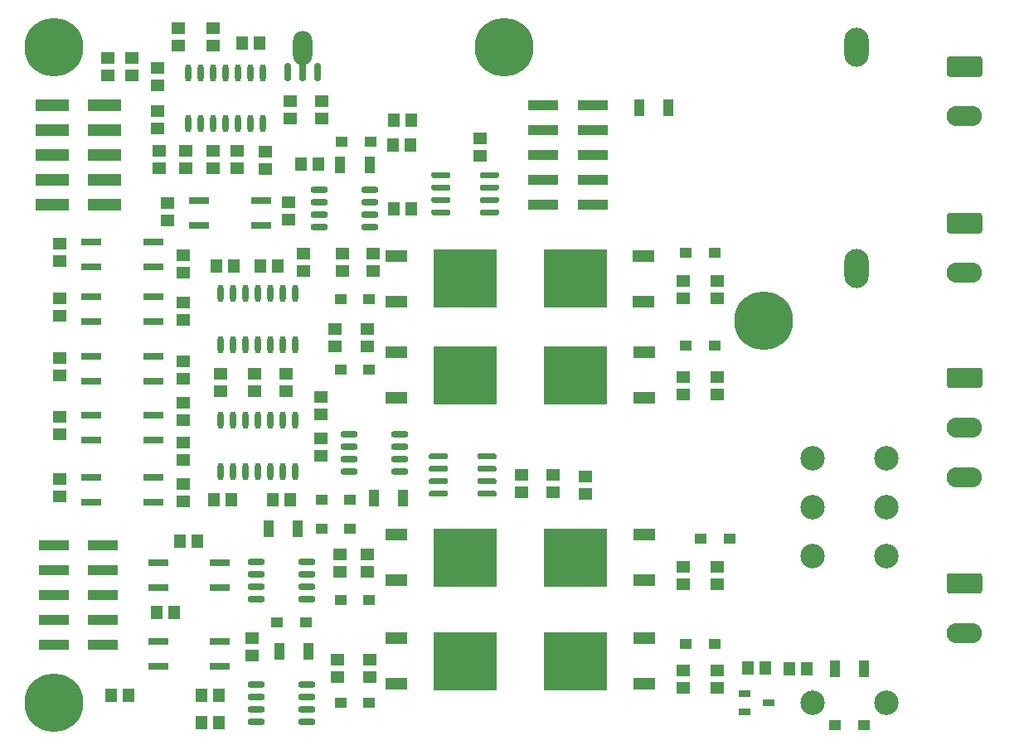
<source format=gbr>
%TF.GenerationSoftware,KiCad,Pcbnew,(5.1.10)-1*%
%TF.CreationDate,2022-11-30T22:02:34+08:00*%
%TF.ProjectId,motor_control,6d6f746f-725f-4636-9f6e-74726f6c2e6b,rev?*%
%TF.SameCoordinates,Original*%
%TF.FileFunction,Soldermask,Top*%
%TF.FilePolarity,Negative*%
%FSLAX46Y46*%
G04 Gerber Fmt 4.6, Leading zero omitted, Abs format (unit mm)*
G04 Created by KiCad (PCBNEW (5.1.10)-1) date 2022-11-30 22:02:34*
%MOMM*%
%LPD*%
G01*
G04 APERTURE LIST*
%ADD10R,1.160000X1.470000*%
%ADD11C,0.800000*%
%ADD12C,6.000000*%
%ADD13R,1.130000X1.800000*%
%ADD14R,1.470000X1.160000*%
%ADD15R,1.250000X0.700000*%
%ADD16O,0.700000X1.900000*%
%ADD17O,2.000000X3.500000*%
%ADD18O,0.700000X2.100000*%
%ADD19O,0.600000X1.800000*%
%ADD20R,2.200000X1.200000*%
%ADD21R,6.499990X6.000000*%
%ADD22O,3.600000X2.080000*%
%ADD23R,3.150000X1.000000*%
%ADD24R,3.450000X1.300000*%
%ADD25O,1.800000X0.700000*%
%ADD26R,2.000000X0.640000*%
%ADD27C,2.500000*%
%ADD28O,2.500000X4.000000*%
%ADD29R,1.250000X1.000000*%
G04 APERTURE END LIST*
D10*
%TO.C,R29*%
X80890000Y7500000D03*
X79110000Y7500000D03*
%TD*%
D11*
%TO.C,SC4*%
X78556810Y44187500D03*
X78556810Y41812500D03*
X76500000Y40625000D03*
X74443190Y41812500D03*
X74443190Y44187500D03*
X76500000Y45375000D03*
D12*
X76500000Y43000000D03*
%TD*%
D11*
%TO.C,SC3*%
X52056810Y72187500D03*
X52056810Y69812500D03*
X50000000Y68625000D03*
X47943190Y69812500D03*
X47943190Y72187500D03*
X50000000Y73375000D03*
D12*
X50000000Y71000000D03*
%TD*%
D13*
%TO.C,R28*%
X66740000Y64750000D03*
X63760000Y64750000D03*
%TD*%
D14*
%TO.C,R25*%
X20250000Y71110000D03*
X20250000Y72890000D03*
%TD*%
%TO.C,R24*%
X20250000Y60390000D03*
X20250000Y58610000D03*
%TD*%
D10*
%TO.C,R23*%
X40530000Y63500000D03*
X38750000Y63500000D03*
%TD*%
D14*
%TO.C,R22*%
X22750000Y58610000D03*
X22750000Y60390000D03*
%TD*%
D15*
%TO.C,Q1*%
X77000000Y4000000D03*
X74500000Y3050000D03*
X74500000Y4950000D03*
%TD*%
D16*
%TO.C,U18*%
X30900000Y68400000D03*
D17*
X29400000Y70900000D03*
D18*
X29400000Y68500000D03*
D16*
X27900000Y68400000D03*
%TD*%
D14*
%TO.C,C22*%
X28129999Y63710000D03*
X28129999Y65490000D03*
%TD*%
%TO.C,C21*%
X31400001Y63710000D03*
X31400001Y65490000D03*
%TD*%
D19*
%TO.C,U17*%
X20990000Y45800000D03*
X22260000Y45800000D03*
X23530000Y45800000D03*
X24800000Y45800000D03*
X26070000Y45800000D03*
X27340000Y45800000D03*
X28610000Y45800000D03*
X28610000Y40600000D03*
X27340000Y40600000D03*
X26070000Y40600000D03*
X24800000Y40600000D03*
X23530000Y40600000D03*
X22260000Y40600000D03*
X20990000Y40600000D03*
%TD*%
D10*
%TO.C,R27*%
X26890000Y48600000D03*
X25110000Y48600000D03*
%TD*%
D14*
%TO.C,R26*%
X17200000Y32860000D03*
X17200000Y34640000D03*
%TD*%
D10*
%TO.C,C20*%
X22390000Y48600000D03*
X20610000Y48600000D03*
%TD*%
D20*
%TO.C,Q13*%
X64245830Y49671289D03*
D21*
X57250000Y47309999D03*
D20*
X64250000Y44948739D03*
%TD*%
%TO.C,Q12*%
X39004170Y44948749D03*
D21*
X46000000Y47310039D03*
D20*
X39000000Y49671299D03*
%TD*%
%TO.C,Q11*%
X64295830Y39842950D03*
D21*
X57300000Y37481660D03*
D20*
X64300000Y35120400D03*
%TD*%
%TO.C,Q10*%
X39004170Y35120410D03*
D21*
X46000000Y37481700D03*
D20*
X39000000Y39842960D03*
%TD*%
%TO.C,Q9*%
X64295830Y21214611D03*
D21*
X57300000Y18853321D03*
D20*
X64300000Y16492061D03*
%TD*%
%TO.C,Q8*%
X39004170Y16492071D03*
D21*
X46000000Y18853361D03*
D20*
X39000000Y21214621D03*
%TD*%
%TO.C,Q7*%
X64295830Y10636270D03*
D21*
X57300000Y8274980D03*
D20*
X64300000Y5913720D03*
%TD*%
%TO.C,Q6*%
X39004170Y5913730D03*
D21*
X46000000Y8275020D03*
D20*
X39000000Y10636280D03*
%TD*%
D14*
%TO.C,C1*%
X9500000Y69890000D03*
X9500000Y68110000D03*
%TD*%
D22*
%TO.C,J6*%
X97000000Y11120000D03*
G36*
G01*
X95449600Y17240000D02*
X98550400Y17240000D01*
G75*
G02*
X98800000Y16990400I0J-249600D01*
G01*
X98800000Y15409600D01*
G75*
G02*
X98550400Y15160000I-249600J0D01*
G01*
X95449600Y15160000D01*
G75*
G02*
X95200000Y15409600I0J249600D01*
G01*
X95200000Y16990400D01*
G75*
G02*
X95449600Y17240000I249600J0D01*
G01*
G37*
%TD*%
%TO.C,J5*%
X97000000Y47920000D03*
G36*
G01*
X95449999Y54040000D02*
X98550001Y54040000D01*
G75*
G02*
X98800000Y53790001I0J-249999D01*
G01*
X98800000Y52209999D01*
G75*
G02*
X98550001Y51960000I-249999J0D01*
G01*
X95449999Y51960000D01*
G75*
G02*
X95200000Y52209999I0J249999D01*
G01*
X95200000Y53790001D01*
G75*
G02*
X95449999Y54040000I249999J0D01*
G01*
G37*
%TD*%
D23*
%TO.C,J3*%
X59025000Y54920000D03*
X53975000Y54920000D03*
X59025000Y57460000D03*
X53975000Y57460000D03*
X59025000Y60000000D03*
X53975000Y60000000D03*
X59025000Y62540000D03*
X53975000Y62540000D03*
X59025000Y65080000D03*
X53975000Y65080000D03*
%TD*%
%TO.C,J2*%
X9025000Y9920000D03*
X3975000Y9920000D03*
X9025000Y12460000D03*
X3975000Y12460000D03*
X9025000Y15000000D03*
X3975000Y15000000D03*
X9025000Y17540000D03*
X3975000Y17540000D03*
X9025000Y20080000D03*
X3975000Y20080000D03*
%TD*%
D24*
%TO.C,J1*%
X9175000Y54920000D03*
X3825000Y54920000D03*
X9175000Y57460000D03*
X3825000Y57460000D03*
X9175000Y60000000D03*
X3825000Y60000000D03*
X9175000Y62540000D03*
X3825000Y62540000D03*
X9175000Y65080000D03*
X3825000Y65080000D03*
%TD*%
D19*
%TO.C,U16*%
X17690000Y68350000D03*
X18960000Y68350000D03*
X20230000Y68350000D03*
X21500000Y68350000D03*
X22770000Y68350000D03*
X24040000Y68350000D03*
X25310000Y68350000D03*
X25310000Y63150000D03*
X24040000Y63150000D03*
X22770000Y63150000D03*
X21500000Y63150000D03*
X20230000Y63150000D03*
X18960000Y63150000D03*
X17690000Y63150000D03*
%TD*%
%TO.C,U15*%
X20990000Y32850000D03*
X22260000Y32850000D03*
X23530000Y32850000D03*
X24800000Y32850000D03*
X26070000Y32850000D03*
X27340000Y32850000D03*
X28610000Y32850000D03*
X28610000Y27650000D03*
X27340000Y27650000D03*
X26070000Y27650000D03*
X24800000Y27650000D03*
X23530000Y27650000D03*
X22260000Y27650000D03*
X20990000Y27650000D03*
%TD*%
%TO.C,U14*%
G36*
G01*
X47500000Y57755000D02*
X47500000Y58055000D01*
G75*
G02*
X47650000Y58205000I150000J0D01*
G01*
X49300000Y58205000D01*
G75*
G02*
X49450000Y58055000I0J-150000D01*
G01*
X49450000Y57755000D01*
G75*
G02*
X49300000Y57605000I-150000J0D01*
G01*
X47650000Y57605000D01*
G75*
G02*
X47500000Y57755000I0J150000D01*
G01*
G37*
G36*
G01*
X47500000Y56485000D02*
X47500000Y56785000D01*
G75*
G02*
X47650000Y56935000I150000J0D01*
G01*
X49300000Y56935000D01*
G75*
G02*
X49450000Y56785000I0J-150000D01*
G01*
X49450000Y56485000D01*
G75*
G02*
X49300000Y56335000I-150000J0D01*
G01*
X47650000Y56335000D01*
G75*
G02*
X47500000Y56485000I0J150000D01*
G01*
G37*
G36*
G01*
X47500000Y55215000D02*
X47500000Y55515000D01*
G75*
G02*
X47650000Y55665000I150000J0D01*
G01*
X49300000Y55665000D01*
G75*
G02*
X49450000Y55515000I0J-150000D01*
G01*
X49450000Y55215000D01*
G75*
G02*
X49300000Y55065000I-150000J0D01*
G01*
X47650000Y55065000D01*
G75*
G02*
X47500000Y55215000I0J150000D01*
G01*
G37*
G36*
G01*
X47500000Y53945000D02*
X47500000Y54245000D01*
G75*
G02*
X47650000Y54395000I150000J0D01*
G01*
X49300000Y54395000D01*
G75*
G02*
X49450000Y54245000I0J-150000D01*
G01*
X49450000Y53945000D01*
G75*
G02*
X49300000Y53795000I-150000J0D01*
G01*
X47650000Y53795000D01*
G75*
G02*
X47500000Y53945000I0J150000D01*
G01*
G37*
G36*
G01*
X42550000Y53945000D02*
X42550000Y54245000D01*
G75*
G02*
X42700000Y54395000I150000J0D01*
G01*
X44350000Y54395000D01*
G75*
G02*
X44500000Y54245000I0J-150000D01*
G01*
X44500000Y53945000D01*
G75*
G02*
X44350000Y53795000I-150000J0D01*
G01*
X42700000Y53795000D01*
G75*
G02*
X42550000Y53945000I0J150000D01*
G01*
G37*
G36*
G01*
X42550000Y55215000D02*
X42550000Y55515000D01*
G75*
G02*
X42700000Y55665000I150000J0D01*
G01*
X44350000Y55665000D01*
G75*
G02*
X44500000Y55515000I0J-150000D01*
G01*
X44500000Y55215000D01*
G75*
G02*
X44350000Y55065000I-150000J0D01*
G01*
X42700000Y55065000D01*
G75*
G02*
X42550000Y55215000I0J150000D01*
G01*
G37*
G36*
G01*
X42550000Y56485000D02*
X42550000Y56785000D01*
G75*
G02*
X42700000Y56935000I150000J0D01*
G01*
X44350000Y56935000D01*
G75*
G02*
X44500000Y56785000I0J-150000D01*
G01*
X44500000Y56485000D01*
G75*
G02*
X44350000Y56335000I-150000J0D01*
G01*
X42700000Y56335000D01*
G75*
G02*
X42550000Y56485000I0J150000D01*
G01*
G37*
G36*
G01*
X42550000Y57755000D02*
X42550000Y58055000D01*
G75*
G02*
X42700000Y58205000I150000J0D01*
G01*
X44350000Y58205000D01*
G75*
G02*
X44500000Y58055000I0J-150000D01*
G01*
X44500000Y57755000D01*
G75*
G02*
X44350000Y57605000I-150000J0D01*
G01*
X42700000Y57605000D01*
G75*
G02*
X42550000Y57755000I0J150000D01*
G01*
G37*
%TD*%
%TO.C,U13*%
G36*
G01*
X47250000Y29005000D02*
X47250000Y29305000D01*
G75*
G02*
X47400000Y29455000I150000J0D01*
G01*
X49050000Y29455000D01*
G75*
G02*
X49200000Y29305000I0J-150000D01*
G01*
X49200000Y29005000D01*
G75*
G02*
X49050000Y28855000I-150000J0D01*
G01*
X47400000Y28855000D01*
G75*
G02*
X47250000Y29005000I0J150000D01*
G01*
G37*
G36*
G01*
X47250000Y27735000D02*
X47250000Y28035000D01*
G75*
G02*
X47400000Y28185000I150000J0D01*
G01*
X49050000Y28185000D01*
G75*
G02*
X49200000Y28035000I0J-150000D01*
G01*
X49200000Y27735000D01*
G75*
G02*
X49050000Y27585000I-150000J0D01*
G01*
X47400000Y27585000D01*
G75*
G02*
X47250000Y27735000I0J150000D01*
G01*
G37*
G36*
G01*
X47250000Y26465000D02*
X47250000Y26765000D01*
G75*
G02*
X47400000Y26915000I150000J0D01*
G01*
X49050000Y26915000D01*
G75*
G02*
X49200000Y26765000I0J-150000D01*
G01*
X49200000Y26465000D01*
G75*
G02*
X49050000Y26315000I-150000J0D01*
G01*
X47400000Y26315000D01*
G75*
G02*
X47250000Y26465000I0J150000D01*
G01*
G37*
G36*
G01*
X47250000Y25195000D02*
X47250000Y25495000D01*
G75*
G02*
X47400000Y25645000I150000J0D01*
G01*
X49050000Y25645000D01*
G75*
G02*
X49200000Y25495000I0J-150000D01*
G01*
X49200000Y25195000D01*
G75*
G02*
X49050000Y25045000I-150000J0D01*
G01*
X47400000Y25045000D01*
G75*
G02*
X47250000Y25195000I0J150000D01*
G01*
G37*
G36*
G01*
X42300000Y25195000D02*
X42300000Y25495000D01*
G75*
G02*
X42450000Y25645000I150000J0D01*
G01*
X44100000Y25645000D01*
G75*
G02*
X44250000Y25495000I0J-150000D01*
G01*
X44250000Y25195000D01*
G75*
G02*
X44100000Y25045000I-150000J0D01*
G01*
X42450000Y25045000D01*
G75*
G02*
X42300000Y25195000I0J150000D01*
G01*
G37*
G36*
G01*
X42300000Y26465000D02*
X42300000Y26765000D01*
G75*
G02*
X42450000Y26915000I150000J0D01*
G01*
X44100000Y26915000D01*
G75*
G02*
X44250000Y26765000I0J-150000D01*
G01*
X44250000Y26465000D01*
G75*
G02*
X44100000Y26315000I-150000J0D01*
G01*
X42450000Y26315000D01*
G75*
G02*
X42300000Y26465000I0J150000D01*
G01*
G37*
G36*
G01*
X42300000Y27735000D02*
X42300000Y28035000D01*
G75*
G02*
X42450000Y28185000I150000J0D01*
G01*
X44100000Y28185000D01*
G75*
G02*
X44250000Y28035000I0J-150000D01*
G01*
X44250000Y27735000D01*
G75*
G02*
X44100000Y27585000I-150000J0D01*
G01*
X42450000Y27585000D01*
G75*
G02*
X42300000Y27735000I0J150000D01*
G01*
G37*
G36*
G01*
X42300000Y29005000D02*
X42300000Y29305000D01*
G75*
G02*
X42450000Y29455000I150000J0D01*
G01*
X44100000Y29455000D01*
G75*
G02*
X44250000Y29305000I0J-150000D01*
G01*
X44250000Y29005000D01*
G75*
G02*
X44100000Y28855000I-150000J0D01*
G01*
X42450000Y28855000D01*
G75*
G02*
X42300000Y29005000I0J150000D01*
G01*
G37*
%TD*%
D25*
%TO.C,U12*%
X36300000Y56405000D03*
X36300000Y55135000D03*
X36300000Y53865000D03*
X36300000Y52595000D03*
X31100000Y52595000D03*
X31100000Y53865000D03*
X31100000Y55135000D03*
X31100000Y56405000D03*
%TD*%
%TO.C,U11*%
X29850000Y18405000D03*
X29850000Y17135000D03*
X29850000Y15865000D03*
X29850000Y14595000D03*
X24650000Y14595000D03*
X24650000Y15865000D03*
X24650000Y17135000D03*
X24650000Y18405000D03*
%TD*%
%TO.C,U10*%
X39350000Y31405000D03*
X39350000Y30135000D03*
X39350000Y28865000D03*
X39350000Y27595000D03*
X34150000Y27595000D03*
X34150000Y28865000D03*
X34150000Y30135000D03*
X34150000Y31405000D03*
%TD*%
%TO.C,U9*%
X29850000Y5905000D03*
X29850000Y4635000D03*
X29850000Y3365000D03*
X29850000Y2095000D03*
X24650000Y2095000D03*
X24650000Y3365000D03*
X24650000Y4635000D03*
X24650000Y5905000D03*
%TD*%
D26*
%TO.C,U8*%
X20950000Y18270000D03*
X20950000Y15730000D03*
X14650000Y15730000D03*
X14650000Y18270000D03*
%TD*%
%TO.C,U7*%
X20950000Y10270000D03*
X20950000Y7730000D03*
X14650000Y7730000D03*
X14650000Y10270000D03*
%TD*%
%TO.C,U6*%
X14150000Y33370000D03*
X14150000Y30830000D03*
X7850000Y30830000D03*
X7850000Y33370000D03*
%TD*%
%TO.C,U5*%
X14150000Y39420000D03*
X14150000Y36880000D03*
X7850000Y36880000D03*
X7850000Y39420000D03*
%TD*%
%TO.C,U4*%
X14150000Y45470000D03*
X14150000Y42930000D03*
X7850000Y42930000D03*
X7850000Y45470000D03*
%TD*%
%TO.C,U3*%
X14150000Y27020000D03*
X14150000Y24480000D03*
X7850000Y24480000D03*
X7850000Y27020000D03*
%TD*%
%TO.C,U2*%
X14150000Y51070000D03*
X14150000Y48530000D03*
X7850000Y48530000D03*
X7850000Y51070000D03*
%TD*%
%TO.C,U1*%
X25150000Y55270000D03*
X25150000Y52730000D03*
X18850000Y52730000D03*
X18850000Y55270000D03*
%TD*%
D11*
%TO.C,SC2*%
X6056810Y5187500D03*
X6056810Y2812500D03*
X4000000Y1625000D03*
X1943190Y2812500D03*
X1943190Y5187500D03*
X4000000Y6375000D03*
D12*
X4000000Y4000000D03*
%TD*%
D11*
%TO.C,SC1*%
X6056810Y72187500D03*
X6056810Y69812500D03*
X4000000Y68625000D03*
X1943190Y69812500D03*
X1943190Y72187500D03*
X4000000Y73375000D03*
D12*
X4000000Y71000000D03*
%TD*%
D14*
%TO.C,R57*%
X71750000Y47120019D03*
X71750000Y45340019D03*
%TD*%
%TO.C,R56*%
X36600000Y48110000D03*
X36600000Y49890000D03*
%TD*%
%TO.C,R55*%
X68250000Y47120019D03*
X68250000Y45340019D03*
%TD*%
%TO.C,R54*%
X33500000Y48110000D03*
X33500000Y49890000D03*
%TD*%
%TO.C,R53*%
X68250000Y35511680D03*
X68250000Y37291680D03*
%TD*%
%TO.C,R52*%
X32750000Y42201680D03*
X32750000Y40421680D03*
%TD*%
%TO.C,R51*%
X71750000Y37291680D03*
X71750000Y35511680D03*
%TD*%
%TO.C,R50*%
X36000000Y40421680D03*
X36000000Y42201680D03*
%TD*%
D10*
%TO.C,R49*%
X25000000Y71400000D03*
X23220000Y71400000D03*
%TD*%
D14*
%TO.C,R48*%
X25600000Y60290000D03*
X25600000Y58510000D03*
%TD*%
%TO.C,R47*%
X16750000Y71110000D03*
X16750000Y72890000D03*
%TD*%
%TO.C,R45*%
X14750000Y60390000D03*
X14750000Y58610000D03*
%TD*%
%TO.C,R43*%
X14600000Y62710000D03*
X14600000Y64490000D03*
%TD*%
%TO.C,R42*%
X14600000Y67110000D03*
X14600000Y68890000D03*
%TD*%
%TO.C,R41*%
X71750000Y17913341D03*
X71750000Y16133341D03*
%TD*%
%TO.C,R40*%
X33250000Y17360000D03*
X33250000Y19140000D03*
%TD*%
%TO.C,R39*%
X68250000Y17913341D03*
X68250000Y16133341D03*
%TD*%
%TO.C,R38*%
X36000000Y17360000D03*
X36000000Y19140000D03*
%TD*%
%TO.C,R37*%
X68250000Y5555000D03*
X68250000Y7335000D03*
%TD*%
%TO.C,R36*%
X36250000Y8390000D03*
X36250000Y6610000D03*
%TD*%
%TO.C,R35*%
X71750000Y7335000D03*
X71750000Y5555000D03*
%TD*%
%TO.C,R34*%
X33000000Y6610000D03*
X33000000Y8390000D03*
%TD*%
%TO.C,R33*%
X29500000Y48110000D03*
X29500000Y49890000D03*
%TD*%
%TO.C,R32*%
X24500000Y37640000D03*
X24500000Y35860000D03*
%TD*%
%TO.C,R31*%
X31300000Y30990000D03*
X31300000Y29210000D03*
%TD*%
D10*
%TO.C,R30*%
X19110000Y2000000D03*
X20890000Y2000000D03*
%TD*%
D14*
%TO.C,R21*%
X27750000Y35860000D03*
X27750000Y37640000D03*
%TD*%
D10*
%TO.C,R20*%
X22140000Y24750000D03*
X20360000Y24750000D03*
%TD*%
D14*
%TO.C,R19*%
X47500000Y59860000D03*
X47500000Y61640000D03*
%TD*%
%TO.C,R18*%
X55000000Y25500000D03*
X55000000Y27280000D03*
%TD*%
D10*
%TO.C,R17*%
X74860000Y7550000D03*
X76640000Y7550000D03*
%TD*%
%TO.C,R16*%
X18640000Y20500000D03*
X16860000Y20500000D03*
%TD*%
%TO.C,R15*%
X19110000Y4750000D03*
X20890000Y4750000D03*
%TD*%
D14*
%TO.C,R14*%
X17200000Y30590000D03*
X17200000Y28810000D03*
%TD*%
D10*
%TO.C,R13*%
X14510000Y13200000D03*
X16290000Y13200000D03*
%TD*%
%TO.C,R12*%
X9860000Y4750000D03*
X11640000Y4750000D03*
%TD*%
D14*
%TO.C,R11*%
X4600000Y31415000D03*
X4600000Y33195000D03*
%TD*%
%TO.C,R10*%
X28000000Y55140000D03*
X28000000Y53360000D03*
%TD*%
%TO.C,R9*%
X17250000Y37110000D03*
X17250000Y38890000D03*
%TD*%
%TO.C,R8*%
X17200000Y43110000D03*
X17200000Y44890000D03*
%TD*%
%TO.C,R7*%
X17200000Y24610000D03*
X17200000Y26390000D03*
%TD*%
%TO.C,R6*%
X17200000Y47910000D03*
X17200000Y49690000D03*
%TD*%
%TO.C,R5*%
X4600000Y37465000D03*
X4600000Y39245000D03*
%TD*%
%TO.C,R4*%
X4600000Y43515000D03*
X4600000Y45295000D03*
%TD*%
%TO.C,R3*%
X4600000Y25065000D03*
X4600000Y26845000D03*
%TD*%
%TO.C,R2*%
X4600000Y49115000D03*
X4600000Y50895000D03*
%TD*%
%TO.C,R1*%
X15600000Y53310000D03*
X15600000Y55090000D03*
%TD*%
D27*
%TO.C,K1*%
X81500000Y29000000D03*
X81500000Y24000000D03*
X81500000Y19000000D03*
X89000000Y29000000D03*
X89000000Y24000000D03*
X89000000Y19000000D03*
X81500000Y4000000D03*
X89000000Y4000000D03*
%TD*%
D22*
%TO.C,J7*%
X97000000Y63920000D03*
G36*
G01*
X95449999Y70040000D02*
X98550001Y70040000D01*
G75*
G02*
X98800000Y69790001I0J-249999D01*
G01*
X98800000Y68209999D01*
G75*
G02*
X98550001Y67960000I-249999J0D01*
G01*
X95449999Y67960000D01*
G75*
G02*
X95200000Y68209999I0J249999D01*
G01*
X95200000Y69790001D01*
G75*
G02*
X95449999Y70040000I249999J0D01*
G01*
G37*
%TD*%
%TO.C,J4*%
X97000000Y27040000D03*
X97000000Y32120000D03*
G36*
G01*
X95449999Y38240000D02*
X98550001Y38240000D01*
G75*
G02*
X98800000Y37990001I0J-249999D01*
G01*
X98800000Y36409999D01*
G75*
G02*
X98550001Y36160000I-249999J0D01*
G01*
X95449999Y36160000D01*
G75*
G02*
X95200000Y36409999I0J249999D01*
G01*
X95200000Y37990001D01*
G75*
G02*
X95449999Y38240000I249999J0D01*
G01*
G37*
%TD*%
D28*
%TO.C,F1*%
X86000000Y48400000D03*
X86000000Y71000000D03*
%TD*%
D29*
%TO.C,D13*%
X71475000Y50000000D03*
X68525000Y50000000D03*
%TD*%
%TO.C,D12*%
X36225000Y45250000D03*
X33275000Y45250000D03*
%TD*%
%TO.C,D11*%
X71475000Y40500000D03*
X68525000Y40500000D03*
%TD*%
%TO.C,D10*%
X36225000Y38000000D03*
X33275000Y38000000D03*
%TD*%
%TO.C,D9*%
X72975000Y20750000D03*
X70025000Y20750000D03*
%TD*%
%TO.C,D8*%
X36225000Y14500000D03*
X33275000Y14500000D03*
%TD*%
%TO.C,D7*%
X71475000Y10000000D03*
X68525000Y10000000D03*
%TD*%
%TO.C,D6*%
X36225000Y4000000D03*
X33275000Y4000000D03*
%TD*%
%TO.C,D5*%
X86725000Y1750000D03*
X83775000Y1750000D03*
%TD*%
%TO.C,D4*%
X33375000Y61350000D03*
X36325000Y61350000D03*
%TD*%
%TO.C,D3*%
X31325000Y21800000D03*
X34275000Y21800000D03*
%TD*%
%TO.C,D2*%
X31325000Y24750000D03*
X34275000Y24750000D03*
%TD*%
%TO.C,D1*%
X26775000Y12250000D03*
X29725000Y12250000D03*
%TD*%
D13*
%TO.C,C19*%
X86740000Y7500000D03*
X83760000Y7500000D03*
%TD*%
D14*
%TO.C,C18*%
X17500000Y60390000D03*
X17500000Y58610000D03*
%TD*%
%TO.C,C17*%
X12000000Y69890000D03*
X12000000Y68110000D03*
%TD*%
%TO.C,C16*%
X21000000Y37640000D03*
X21000000Y35860000D03*
%TD*%
D10*
%TO.C,C14*%
X38710000Y54500000D03*
X40490000Y54500000D03*
%TD*%
%TO.C,C12*%
X38610000Y61000000D03*
X40390000Y61000000D03*
%TD*%
D14*
%TO.C,C11*%
X51750000Y25510000D03*
X51750000Y27290000D03*
%TD*%
%TO.C,C10*%
X58250000Y27140000D03*
X58250000Y25360000D03*
%TD*%
D10*
%TO.C,C9*%
X29210000Y59000000D03*
X30990000Y59000000D03*
%TD*%
D13*
%TO.C,C8*%
X33260000Y58950000D03*
X36240000Y58950000D03*
%TD*%
D10*
%TO.C,C7*%
X26360000Y24750000D03*
X28140000Y24750000D03*
%TD*%
D13*
%TO.C,C6*%
X25910000Y21800000D03*
X28890000Y21800000D03*
%TD*%
%TO.C,C5*%
X39690000Y24950000D03*
X36710000Y24950000D03*
%TD*%
%TO.C,C4*%
X27010000Y9250000D03*
X29990000Y9250000D03*
%TD*%
D14*
%TO.C,C3*%
X31250000Y33470000D03*
X31250000Y35250000D03*
%TD*%
%TO.C,C2*%
X24250000Y10640000D03*
X24250000Y8860000D03*
%TD*%
M02*

</source>
